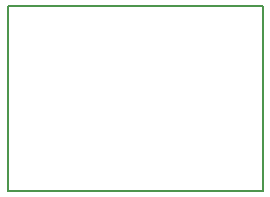
<source format=gbo>
G04 MADE WITH FRITZING*
G04 WWW.FRITZING.ORG*
G04 DOUBLE SIDED*
G04 HOLES PLATED*
G04 CONTOUR ON CENTER OF CONTOUR VECTOR*
%ASAXBY*%
%FSLAX23Y23*%
%MOIN*%
%OFA0B0*%
%SFA1.0B1.0*%
%ADD10R,0.858689X0.625421X0.842689X0.609421*%
%ADD11C,0.008000*%
%LNSILK0*%
G90*
G70*
G54D11*
X4Y621D02*
X855Y621D01*
X855Y4D01*
X4Y4D01*
X4Y621D01*
D02*
G04 End of Silk0*
M02*
</source>
